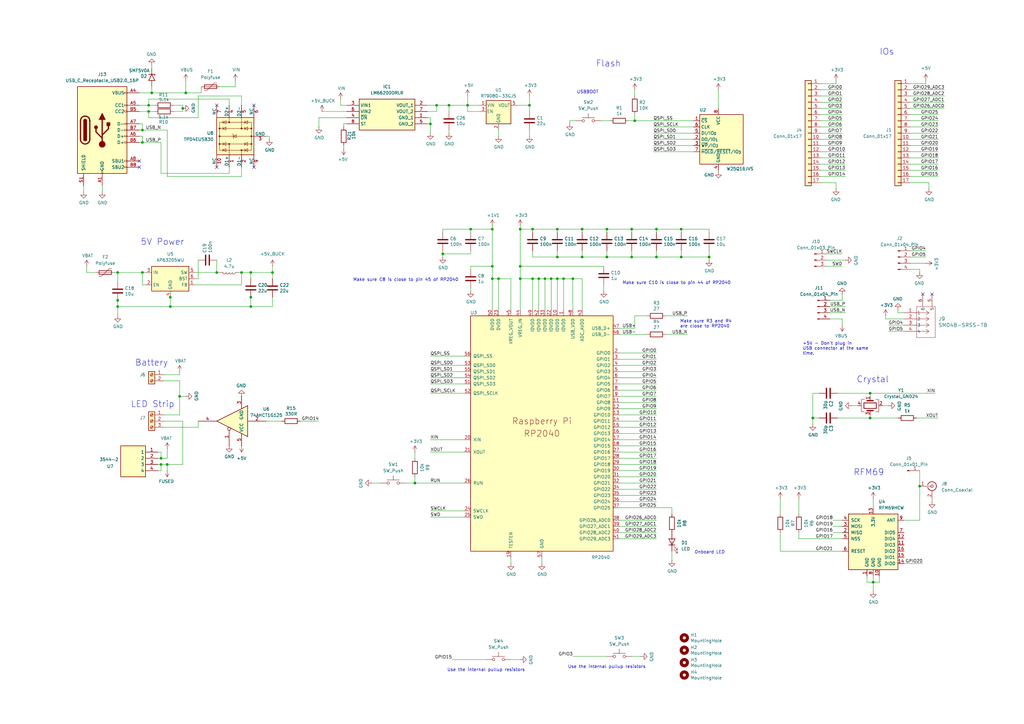
<source format=kicad_sch>
(kicad_sch (version 20250114) (generator "eeschema") (generator_version "9.0")
  (paper "A3")
  (title_block (title "PicoLume Receiver") (date "2024-11-05") (rev "REV1") (company "Bradford Henson") (comment 1 "Based on Pi Pico Minimal Design"))
  (text "Use the internal pullup resistors" (at 232.918 274.32 0) (effects (font (size 1.27 1.27)) (justify left bottom)))
  (text "RFM69" (at 350.012 195.326 0) (effects (font (size 2.54 2.54)) (justify left bottom)))
  (text "IOs" (at 360.68 22.86 0) (effects (font (size 2.54 2.54)) (justify left bottom)))
  (text "Crystal" (at 351.282 157.226 0) (effects (font (size 2.54 2.54)) (justify left bottom)))
  (text "Use the internal pullup resistors" (at 183.388 275.59 0) (effects (font (size 1.27 1.27)) (justify left bottom)))
  (text "Make sure C8 is close to pin 45 of RP2040" (at 144.78 115.57 0) (effects (font (size 1.27 1.27)) (justify left bottom)))
  (text "+5V - Don't plug in\nUSB connector at the same\ntime." (at 329.184 145.796 0) (effects (font (size 1.27 1.27)) (justify left bottom)))
  (text "Battery" (at 55.372 150.368 0) (effects (font (size 2.54 2.54)) (justify left bottom)))
  (text "LED Strip" (at 53.594 167.386 0) (effects (font (size 2.54 2.54)) (justify left bottom)))
  (text "USBBOOT" (at 241.046 37.846 0) (effects (font (size 1.27 1.27))))
  (text "Make sure C10 is close to pin 44 of RP2040" (at 255.27 116.84 0) (effects (font (size 1.27 1.27)) (justify left bottom)))
  (text "Onboard LED" (at 291.084 226.568 0) (effects (font (size 1.27 1.27))))
  (text "Make sure R3 and R4 \nare close to RP2040" (at 278.892 134.62 0) (effects (font (size 1.27 1.27)) (justify left bottom)))
  (text "5V Power" (at 57.658 100.838 0) (effects (font (size 2.54 2.54)) (justify left bottom)))
  (text "Flash" (at 244.348 27.686 0) (effects (font (size 2.54 2.54)) (justify left bottom)))
  (junction (at 269.24 105.41))
  (junction (at 259.08 93.98))
  (junction (at 226.06 114.3))
  (junction (at 223.52 114.3))
  (junction (at 60.96 45.72))
  (junction (at 201.93 109.22))
  (junction (at 213.36 109.22))
  (junction (at 193.04 93.98))
  (junction (at 213.36 114.3))
  (junction (at 99.06 111.76))
  (junction (at 88.9 111.76))
  (junction (at 333.375 171.45))
  (junction (at 74.93 44.45))
  (junction (at 179.07 43.18))
  (junction (at 184.15 43.18))
  (junction (at 201.93 114.3))
  (junction (at 204.47 114.3))
  (junction (at 228.6 114.3))
  (junction (at 181.61 104.14))
  (junction (at 102.87 125.73))
  (junction (at 248.92 105.41))
  (junction (at 62.23 38.1))
  (junction (at 228.6 105.41))
  (junction (at 356.87 171.45))
  (junction (at 238.76 93.98))
  (junction (at 111.76 111.76))
  (junction (at 48.26 125.73))
  (junction (at 69.85 125.73))
  (junction (at 290.83 105.41))
  (junction (at 58.42 111.76))
  (junction (at 269.24 93.98))
  (junction (at 66.04 190.5))
  (junction (at 248.92 93.98))
  (junction (at 76.2 38.1))
  (junction (at 102.87 121.92))
  (junction (at 102.87 111.76))
  (junction (at 356.87 161.29))
  (junction (at 218.44 93.98))
  (junction (at 191.77 43.18))
  (junction (at 48.26 111.76))
  (junction (at 58.42 58.42))
  (junction (at 201.93 93.98))
  (junction (at 176.53 50.8))
  (junction (at 69.85 121.92))
  (junction (at 48.26 123.19))
  (junction (at 68.58 190.5))
  (junction (at 60.96 43.18))
  (junction (at 66.04 187.96))
  (junction (at 259.08 105.41))
  (junction (at 217.17 43.18))
  (junction (at 231.14 114.3))
  (junction (at 260.35 49.53))
  (junction (at 279.4 105.41))
  (junction (at 377.19 199.39))
  (junction (at 279.4 93.98))
  (junction (at 220.98 114.3))
  (junction (at 213.36 93.98))
  (junction (at 218.44 114.3))
  (junction (at 238.76 105.41))
  (junction (at 358.14 238.76))
  (junction (at 170.18 198.12))
  (junction (at 73.66 162.56))
  (junction (at 228.6 93.98))
  (junction (at 234.95 114.3))
  (junction (at 58.42 53.34))
  (no_connect (at 378.46 120.65))
  (no_connect (at 104.14 43.18))
  (no_connect (at 57.15 66.04))
  (no_connect (at 57.15 68.58))
  (no_connect (at 104.14 68.58))
  (no_connect (at 88.9 68.58))
  (no_connect (at 88.9 43.18))
  (no_connect (at 382.27 120.65))
  (wire (pts (xy 340.36 130.81) (xy 345.44 130.81)))
  (wire (pts (xy 364.49 135.89) (xy 370.84 135.89)))
  (wire (pts (xy 259.08 93.98) (xy 269.24 93.98)))
  (wire (pts (xy 184.15 53.34) (xy 184.15 54.61)))
  (wire (pts (xy 223.52 114.3) (xy 226.06 114.3)))
  (wire (pts (xy 201.93 114.3) (xy 201.93 127)))
  (wire (pts (xy 254 170.18) (xy 269.24 170.18)))
  (wire (pts (xy 67.31 170.18) (xy 73.66 170.18)))
  (wire (pts (xy 181.61 104.14) (xy 193.04 104.14)))
  (wire (pts (xy 248.92 93.98) (xy 259.08 93.98)))
  (wire (pts (xy 260.35 129.54) (xy 260.35 134.62)))
  (wire (pts (xy 358.14 236.22) (xy 358.14 238.76)))
  (wire (pts (xy 102.87 121.92) (xy 102.87 125.73)))
  (wire (pts (xy 279.4 93.98) (xy 290.83 93.98)))
  (wire (pts (xy 60.96 45.72) (xy 63.5 45.72)))
  (wire (pts (xy 217.17 39.37) (xy 217.17 43.18)))
  (wire (pts (xy 238.76 105.41) (xy 248.92 105.41)))
  (wire (pts (xy 109.22 55.88) (xy 110.49 55.88)))
  (wire (pts (xy 102.87 125.73) (xy 69.85 125.73)))
  (wire (pts (xy 97.79 111.76) (xy 99.06 111.76)))
  (wire (pts (xy 356.87 170.18) (xy 356.87 171.45)))
  (wire (pts (xy 217.17 53.34) (xy 217.17 55.88)))
  (wire (pts (xy 213.36 270.51) (xy 209.55 270.51)))
  (wire (pts (xy 231.14 114.3) (xy 234.95 114.3)))
  (wire (pts (xy 74.93 44.45) (xy 74.93 45.72)))
  (wire (pts (xy 76.2 38.1) (xy 82.55 38.1)))
  (wire (pts (xy 290.83 102.87) (xy 290.83 105.41)))
  (wire (pts (xy 284.48 62.23) (xy 267.97 62.23)))
  (wire (pts (xy 373.38 59.69) (xy 384.81 59.69)))
  (wire (pts (xy 109.22 172.72) (xy 115.57 172.72)))
  (wire (pts (xy 238.76 95.25) (xy 238.76 93.98)))
  (wire (pts (xy 340.36 125.73) (xy 346.71 125.73)))
  (wire (pts (xy 201.93 92.71) (xy 201.93 93.98)))
  (wire (pts (xy 254 182.88) (xy 269.24 182.88)))
  (wire (pts (xy 246.38 49.53) (xy 250.19 49.53)))
  (wire (pts (xy 166.37 198.12) (xy 170.18 198.12)))
  (wire (pts (xy 336.55 36.83) (xy 345.44 36.83)))
  (wire (pts (xy 373.38 49.53) (xy 384.81 49.53)))
  (wire (pts (xy 373.38 107.95) (xy 379.73 107.95)))
  (wire (pts (xy 57.15 55.88) (xy 58.42 55.88)))
  (wire (pts (xy 228.6 105.41) (xy 218.44 105.41)))
  (wire (pts (xy 93.98 71.12) (xy 66.04 71.12)))
  (wire (pts (xy 373.38 74.93) (xy 381 74.93)))
  (wire (pts (xy 254 208.28) (xy 275.59 208.28)))
  (wire (pts (xy 361.95 166.37) (xy 364.49 166.37)))
  (wire (pts (xy 327.66 218.44) (xy 327.66 220.98)))
  (wire (pts (xy 218.44 114.3) (xy 220.98 114.3)))
  (wire (pts (xy 123.19 172.72) (xy 130.81 172.72)))
  (wire (pts (xy 80.01 116.84) (xy 99.06 116.84)))
  (wire (pts (xy 254 203.2) (xy 269.24 203.2)))
  (wire (pts (xy 254 137.16) (xy 265.43 137.16)))
  (wire (pts (xy 74.93 190.5) (xy 68.58 190.5)))
  (wire (pts (xy 254 144.78) (xy 269.24 144.78)))
  (wire (pts (xy 267.97 52.07) (xy 284.48 52.07)))
  (wire (pts (xy 327.66 204.47) (xy 327.66 210.82)))
  (wire (pts (xy 273.05 129.54) (xy 281.94 129.54)))
  (wire (pts (xy 234.95 114.3) (xy 238.76 114.3)))
  (wire (pts (xy 209.55 127) (xy 209.55 114.3)))
  (wire (pts (xy 57.15 45.72) (xy 60.96 45.72)))
  (wire (pts (xy 238.76 102.87) (xy 238.76 105.41)))
  (wire (pts (xy 373.38 57.15) (xy 384.81 57.15)))
  (wire (pts (xy 254 149.86) (xy 269.24 149.86)))
  (wire (pts (xy 201.93 109.22) (xy 201.93 114.3)))
  (wire (pts (xy 364.49 133.35) (xy 370.84 133.35)))
  (wire (pts (xy 74.93 172.72) (xy 74.93 190.5)))
  (wire (pts (xy 269.24 105.41) (xy 279.4 105.41)))
  (wire (pts (xy 233.68 49.53) (xy 233.68 50.8)))
  (wire (pts (xy 99.06 111.76) (xy 102.87 111.76)))
  (wire (pts (xy 181.61 93.98) (xy 193.04 93.98)))
  (wire (pts (xy 341.63 213.36) (xy 345.44 213.36)))
  (wire (pts (xy 254 218.44) (xy 269.24 218.44)))
  (wire (pts (xy 260.35 46.99) (xy 260.35 49.53)))
  (wire (pts (xy 88.9 111.76) (xy 90.17 111.76)))
  (wire (pts (xy 191.77 45.72) (xy 191.77 43.18)))
  (wire (pts (xy 66.04 187.96) (xy 68.58 187.96)))
  (wire (pts (xy 336.55 62.23) (xy 346.71 62.23)))
  (wire (pts (xy 64.77 193.04) (xy 66.04 193.04)))
  (wire (pts (xy 48.26 111.76) (xy 58.42 111.76)))
  (wire (pts (xy 327.66 220.98) (xy 345.44 220.98)))
  (wire (pts (xy 181.61 102.87) (xy 181.61 104.14)))
  (wire (pts (xy 336.55 74.93) (xy 342.9 74.93)))
  (wire (pts (xy 64.77 185.42) (xy 66.04 185.42)))
  (wire (pts (xy 175.26 50.8) (xy 176.53 50.8)))
  (wire (pts (xy 191.77 43.18) (xy 196.85 43.18)))
  (wire (pts (xy 99.06 116.84) (xy 99.06 111.76)))
  (wire (pts (xy 176.53 157.48) (xy 190.5 157.48)))
  (wire (pts (xy 238.76 114.3) (xy 238.76 127)))
  (wire (pts (xy 193.04 93.98) (xy 201.93 93.98)))
  (wire (pts (xy 67.31 175.26) (xy 81.28 175.26)))
  (wire (pts (xy 41.91 76.2) (xy 41.91 78.74)))
  (wire (pts (xy 35.56 111.76) (xy 39.37 111.76)))
  (wire (pts (xy 213.36 109.22) (xy 247.65 109.22)))
  (wire (pts (xy 294.64 70.485) (xy 294.64 69.85)))
  (wire (pts (xy 223.52 127) (xy 223.52 114.3)))
  (wire (pts (xy 176.53 48.26) (xy 176.53 50.8)))
  (wire (pts (xy 139.7 40.64) (xy 139.7 43.18)))
  (wire (pts (xy 201.93 93.98) (xy 201.93 109.22)))
  (wire (pts (xy 48.26 125.73) (xy 48.26 129.54)))
  (wire (pts (xy 336.55 72.39) (xy 346.71 72.39)))
  (wire (pts (xy 373.38 39.37) (xy 387.35 39.37)))
  (wire (pts (xy 140.97 50.8) (xy 142.24 50.8)))
  (wire (pts (xy 69.85 120.65) (xy 69.85 121.92)))
  (wire (pts (xy 176.53 152.4) (xy 190.5 152.4)))
  (wire (pts (xy 88.9 111.76) (xy 88.9 106.68)))
  (wire (pts (xy 226.06 114.3) (xy 228.6 114.3)))
  (wire (pts (xy 48.26 125.73) (xy 69.85 125.73)))
  (wire (pts (xy 218.44 93.98) (xy 228.6 93.98)))
  (wire (pts (xy 358.14 238.76) (xy 360.68 238.76)))
  (wire (pts (xy 259.08 95.25) (xy 259.08 93.98)))
  (wire (pts (xy 93.98 40.64) (xy 60.96 40.64)))
  (wire (pts (xy 130.81 48.26) (xy 130.81 52.07)))
  (wire (pts (xy 80.01 111.76) (xy 88.9 111.76)))
  (wire (pts (xy 212.09 43.18) (xy 217.17 43.18)))
  (wire (pts (xy 284.48 57.15) (xy 267.97 57.15)))
  (wire (pts (xy 69.85 121.92) (xy 69.85 125.73)))
  (wire (pts (xy 34.29 76.2) (xy 34.29 78.74)))
  (wire (pts (xy 175.26 45.72) (xy 179.07 45.72)))
  (wire (pts (xy 73.66 162.56) (xy 73.66 170.18)))
  (wire (pts (xy 196.85 45.72) (xy 191.77 45.72)))
  (wire (pts (xy 218.44 95.25) (xy 218.44 93.98)))
  (wire (pts (xy 184.15 45.72) (xy 184.15 43.18)))
  (wire (pts (xy 68.58 72.39) (xy 68.58 53.34)))
  (wire (pts (xy 213.36 93.98) (xy 218.44 93.98)))
  (wire (pts (xy 231.14 114.3) (xy 231.14 127)))
  (wire (pts (xy 373.38 110.49) (xy 377.19 110.49)))
  (wire (pts (xy 220.98 127) (xy 220.98 114.3)))
  (wire (pts (xy 68.58 190.5) (xy 68.58 193.04)))
  (wire (pts (xy 102.87 111.76) (xy 111.76 111.76)))
  (wire (pts (xy 340.36 123.19) (xy 345.44 123.19)))
  (wire (pts (xy 339.09 106.68) (xy 346.71 106.68)))
  (wire (pts (xy 333.375 171.45) (xy 333.375 173.99)))
  (wire (pts (xy 336.55 49.53) (xy 345.44 49.53)))
  (wire (pts (xy 93.98 43.18) (xy 93.98 40.64)))
  (wire (pts (xy 254 134.62) (xy 260.35 134.62)))
  (wire (pts (xy 368.3 127) (xy 368.3 128.27)))
  (wire (pts (xy 102.87 120.65) (xy 102.87 121.92)))
  (wire (pts (xy 336.55 46.99) (xy 345.44 46.99)))
  (wire (pts (xy 213.36 93.98) (xy 213.36 109.22)))
  (wire (pts (xy 190.5 185.42) (xy 176.53 185.42)))
  (wire (pts (xy 140.97 50.8) (xy 140.97 52.07)))
  (wire (pts (xy 370.84 231.14) (xy 378.46 231.14)))
  (wire (pts (xy 58.42 55.88) (xy 58.42 58.42)))
  (wire (pts (xy 373.38 52.07) (xy 384.81 52.07)))
  (wire (pts (xy 190.5 146.05) (xy 176.53 146.05)))
  (wire (pts (xy 59.69 116.84) (xy 58.42 116.84)))
  (wire (pts (xy 279.4 102.87) (xy 279.4 105.41)))
  (wire (pts (xy 73.66 152.4) (xy 73.66 153.67)))
  (wire (pts (xy 375.92 171.45) (xy 384.81 171.45)))
  (wire (pts (xy 71.12 43.18) (xy 74.93 43.18)))
  (wire (pts (xy 336.55 54.61) (xy 345.44 54.61)))
  (wire (pts (xy 355.6 238.76) (xy 358.14 238.76)))
  (wire (pts (xy 220.98 114.3) (xy 223.52 114.3)))
  (wire (pts (xy 254 180.34) (xy 269.24 180.34)))
  (wire (pts (xy 254 160.02) (xy 269.24 160.02)))
  (wire (pts (xy 46.99 111.76) (xy 48.26 111.76)))
  (wire (pts (xy 373.38 36.83) (xy 387.35 36.83)))
  (wire (pts (xy 193.04 104.14) (xy 193.04 102.87)))
  (wire (pts (xy 99.06 43.18) (xy 99.06 39.37)))
  (wire (pts (xy 228.6 95.25) (xy 228.6 93.98)))
  (wire (pts (xy 254 213.36) (xy 269.24 213.36)))
  (wire (pts (xy 57.15 38.1) (xy 62.23 38.1)))
  (wire (pts (xy 238.76 93.98) (xy 248.92 93.98)))
  (wire (pts (xy 213.36 109.22) (xy 213.36 114.3)))
  (wire (pts (xy 57.15 58.42) (xy 58.42 58.42)))
  (wire (pts (xy 373.38 54.61) (xy 384.81 54.61)))
  (wire (pts (xy 60.96 48.26) (xy 81.28 48.26)))
  (wire (pts (xy 90.17 35.56) (xy 96.52 35.56)))
  (wire (pts (xy 99.06 68.58) (xy 99.06 72.39)))
  (wire (pts (xy 213.36 92.71) (xy 213.36 93.98)))
  (wire (pts (xy 64.77 190.5) (xy 66.04 190.5)))
  (wire (pts (xy 58.42 116.84) (xy 58.42 111.76)))
  (wire (pts (xy 66.04 193.04) (xy 66.04 190.5)))
  (wire (pts (xy 81.28 114.3) (xy 81.28 106.68)))
  (wire (pts (xy 254 162.56) (xy 269.24 162.56)))
  (wire (pts (xy 193.04 110.49) (xy 193.04 109.22)))
  (wire (pts (xy 284.48 59.69) (xy 267.97 59.69)))
  (wire (pts (xy 80.01 114.3) (xy 81.28 114.3)))
  (wire (pts (xy 373.38 102.87) (xy 379.73 102.87)))
  (wire (pts (xy 111.76 111.76) (xy 111.76 109.22)))
  (wire (pts (xy 320.04 204.47) (xy 320.04 210.82)))
  (wire (pts (xy 175.26 43.18) (xy 179.07 43.18)))
  (wire (pts (xy 71.12 45.72) (xy 74.93 45.72)))
  (wire (pts (xy 257.81 49.53) (xy 260.35 49.53)))
  (wire (pts (xy 179.07 45.72) (xy 179.07 43.18)))
  (wire (pts (xy 356.87 161.29) (xy 383.54 161.29)))
  (wire (pts (xy 341.63 215.9) (xy 345.44 215.9)))
  (wire (pts (xy 57.15 50.8) (xy 58.42 50.8)))
  (wire (pts (xy 254 220.98) (xy 269.24 220.98)))
  (wire (pts (xy 373.38 69.85) (xy 384.81 69.85)))
  (wire (pts (xy 111.76 111.76) (xy 111.76 114.3)))
  (wire (pts (xy 336.55 34.29) (xy 342.9 34.29)))
  (wire (pts (xy 204.47 53.34) (xy 204.47 55.88)))
  (wire (pts (xy 170.18 195.58) (xy 170.18 198.12)))
  (wire (pts (xy 176.53 50.8) (xy 176.53 54.61)))
  (wire (pts (xy 373.38 64.77) (xy 384.81 64.77)))
  (wire (pts (xy 60.96 40.64) (xy 60.96 43.18)))
  (wire (pts (xy 228.6 102.87) (xy 228.6 105.41)))
  (wire (pts (xy 142.24 48.26) (xy 130.81 48.26)))
  (wire (pts (xy 204.47 127) (xy 204.47 114.3)))
  (wire (pts (xy 236.22 49.53) (xy 233.68 49.53)))
  (wire (pts (xy 175.26 48.26) (xy 176.53 48.26)))
  (wire (pts (xy 336.55 39.37) (xy 345.44 39.37)))
  (wire (pts (xy 81.28 175.26) (xy 81.28 172.72)))
  (wire (pts (xy 74.93 43.18) (xy 74.93 44.45)))
  (wire (pts (xy 111.76 121.92) (xy 111.76 125.73)))
  (wire (pts (xy 259.08 102.87) (xy 259.08 105.41)))
  (wire (pts (xy 341.63 218.44) (xy 345.44 218.44)))
  (wire (pts (xy 58.42 58.42) (xy 66.04 58.42)))
  (wire (pts (xy 152.4 198.12) (xy 156.21 198.12)))
  (wire (pts (xy 275.59 226.06) (xy 275.59 229.87)))
  (wire (pts (xy 81.28 39.37) (xy 81.28 48.26)))
  (wire (pts (xy 247.65 116.84) (xy 247.65 119.38)))
  (wire (pts (xy 377.19 110.49) (xy 377.19 111.76)))
  (wire (pts (xy 254 165.1) (xy 269.24 165.1)))
  (wire (pts (xy 336.55 69.85) (xy 346.71 69.85)))
  (wire (pts (xy 66.04 71.12) (xy 66.04 58.42)))
  (wire (pts (xy 228.6 127) (xy 228.6 114.3)))
  (wire (pts (xy 343.535 171.45) (xy 356.87 171.45)))
  (wire (pts (xy 363.22 130.81) (xy 370.84 130.81)))
  (wire (pts (xy 248.92 105.41) (xy 259.08 105.41)))
  (wire (pts (xy 335.915 171.45) (xy 333.375 171.45)))
  (wire (pts (xy 102.87 111.76) (xy 102.87 114.3)))
  (wire (pts (xy 259.08 105.41) (xy 269.24 105.41)))
  (wire (pts (xy 254 152.4) (xy 269.24 152.4)))
  (wire (pts (xy 370.84 213.36) (xy 377.19 213.36)))
  (wire (pts (xy 279.4 95.25) (xy 279.4 93.98)))
  (wire (pts (xy 190.5 212.09) (xy 176.53 212.09)))
  (wire (pts (xy 320.04 218.44) (xy 320.04 226.06)))
  (wire (pts (xy 360.68 236.22) (xy 360.68 238.76)))
  (wire (pts (xy 290.83 105.41) (xy 290.83 106.68)))
  (wire (pts (xy 290.83 93.98) (xy 290.83 95.25)))
  (wire (pts (xy 254 190.5) (xy 269.24 190.5)))
  (wire (pts (xy 170.18 198.12) (xy 190.5 198.12)))
  (wire (pts (xy 62.23 26.67) (xy 62.23 27.94)))
  (wire (pts (xy 190.5 161.29) (xy 176.53 161.29)))
  (wire (pts (xy 222.25 228.6) (xy 222.25 231.14)))
  (wire (pts (xy 358.14 238.76) (xy 358.14 242.57)))
  (wire (pts (xy 342.9 34.29) (xy 342.9 33.02)))
  (wire (pts (xy 110.49 55.88) (xy 110.49 57.15)))
  (wire (pts (xy 217.17 43.18) (xy 217.17 45.72)))
  (wire (pts (xy 193.04 109.22) (xy 201.93 109.22)))
  (wire (pts (xy 254 187.96) (xy 269.24 187.96)))
  (wire (pts (xy 284.48 54.61) (xy 267.97 54.61)))
  (wire (pts (xy 234.95 269.24) (xy 248.92 269.24)))
  (wire (pts (xy 57.15 43.18) (xy 60.96 43.18)))
  (wire (pts (xy 373.38 41.91) (xy 387.35 41.91)))
  (wire (pts (xy 262.89 269.24) (xy 259.08 269.24)))
  (wire (pts (xy 218.44 102.87) (xy 218.44 105.41)))
  (wire (pts (xy 191.77 39.37) (xy 191.77 43.18)))
  (wire (pts (xy 368.3 128.27) (xy 370.84 128.27)))
  (wire (pts (xy 339.09 104.14) (xy 345.44 104.14)))
  (wire (pts (xy 111.76 125.73) (xy 102.87 125.73)))
  (wire (pts (xy 209.55 228.6) (xy 209.55 231.14)))
  (wire (pts (xy 356.87 171.45) (xy 368.3 171.45)))
  (wire (pts (xy 179.07 43.18) (xy 184.15 43.18)))
  (wire (pts (xy 66.04 185.42) (xy 66.04 187.96)))
  (wire (pts (xy 254 193.04) (xy 269.24 193.04)))
  (wire (pts (xy 58.42 53.34) (xy 68.58 53.34)))
  (wire (pts (xy 336.55 44.45) (xy 345.44 44.45)))
  (wire (pts (xy 336.55 41.91) (xy 345.44 41.91)))
  (wire (pts (xy 336.55 59.69) (xy 345.44 59.69)))
  (wire (pts (xy 335.915 161.29) (xy 333.375 161.29)))
  (wire (pts (xy 254 172.72) (xy 269.24 172.72)))
  (wire (pts (xy 382.27 204.47) (xy 382.27 205.74)))
  (wire (pts (xy 254 198.12) (xy 269.24 198.12)))
  (wire (pts (xy 204.47 114.3) (xy 201.93 114.3)))
  (wire (pts (xy 355.6 236.22) (xy 355.6 238.76)))
  (wire (pts (xy 373.38 72.39) (xy 384.81 72.39)))
  (wire (pts (xy 379.73 34.29) (xy 373.38 34.29)))
  (wire (pts (xy 273.05 137.16) (xy 281.94 137.16)))
  (wire (pts (xy 68.58 184.15) (xy 68.58 187.96)))
  (wire (pts (xy 345.44 130.81) (xy 345.44 133.35)))
  (wire (pts (xy 381 74.93) (xy 381 77.47)))
  (wire (pts (xy 254 177.8) (xy 269.24 177.8)))
  (wire (pts (xy 333.375 161.29) (xy 333.375 171.45)))
  (wire (pts (xy 279.4 105.41) (xy 290.83 105.41)))
  (wire (pts (xy 73.66 156.21) (xy 73.66 162.56)))
  (wire (pts (xy 176.53 149.86) (xy 190.5 149.86)))
  (wire (pts (xy 377.19 213.36) (xy 377.19 199.39)))
  (wire (pts (xy 356.87 161.29) (xy 356.87 162.56)))
  (wire (pts (xy 254 167.64) (xy 269.24 167.64)))
  (wire (pts (xy 336.55 52.07) (xy 345.44 52.07)))
  (wire (pts (xy 228.6 93.98) (xy 238.76 93.98)))
  (wire (pts (xy 96.52 35.56) (xy 96.52 33.02)))
  (wire (pts (xy 66.04 190.5) (xy 68.58 190.5)))
  (wire (pts (xy 254 185.42) (xy 269.24 185.42)))
  (wire (pts (xy 213.36 114.3) (xy 218.44 114.3)))
  (wire (pts (xy 181.61 95.25) (xy 181.61 93.98)))
  (wire (pts (xy 57.15 53.34) (xy 58.42 53.34)))
  (wire (pts (xy 60.96 48.26) (xy 60.96 45.72)))
  (wire (pts (xy 260.35 129.54) (xy 265.43 129.54)))
  (wire (pts (xy 93.98 68.58) (xy 93.98 71.12)))
  (wire (pts (xy 67.31 172.72) (xy 74.93 172.72)))
  (wire (pts (xy 181.61 104.14) (xy 181.61 105.41)))
  (wire (pts (xy 269.24 102.87) (xy 269.24 105.41)))
  (wire (pts (xy 373.38 44.45) (xy 387.35 44.45)))
  (wire (pts (xy 345.44 123.19) (xy 345.44 120.65)))
  (wire (pts (xy 176.53 180.34) (xy 190.5 180.34)))
  (wire (pts (xy 64.77 187.96) (xy 66.04 187.96)))
  (wire (pts (xy 254 175.26) (xy 269.24 175.26)))
  (wire (pts (xy 99.06 72.39) (xy 68.58 72.39)))
  (wire (pts (xy 62.23 35.56) (xy 62.23 38.1)))
  (wire (pts (xy 185.42 270.51) (xy 199.39 270.51)))
  (wire (pts (xy 336.55 67.31) (xy 346.71 67.31)))
  (wire (pts (xy 140.97 59.69) (xy 140.97 60.96)))
  (wire (pts (xy 176.53 154.94) (xy 190.5 154.94)))
  (wire (pts (xy 339.09 109.22) (xy 345.44 109.22)))
  (wire (pts (xy 254 157.48) (xy 269.24 157.48)))
  (wire (pts (xy 340.36 128.27) (xy 346.71 128.27)))
  (wire (pts (xy 62.23 38.1) (xy 76.2 38.1)))
  (wire (pts (xy 99.06 39.37) (xy 81.28 39.37)))
  (wire (pts (xy 254 200.66) (xy 269.24 200.66)))
  (wire (pts (xy 320.04 226.06) (xy 345.44 226.06)))
  (wire (pts (xy 254 147.32) (xy 269.24 147.32)))
  (wire (pts (xy 35.56 109.22) (xy 35.56 111.76)))
  (wire (pts (xy 373.38 105.41) (xy 379.73 105.41)))
  (wire (pts (xy 228.6 114.3) (xy 231.14 114.3)))
  (wire (pts (xy 260.35 49.53) (xy 284.48 49.53)))
  (wire (pts (xy 218.44 127) (xy 218.44 114.3)))
  (wire (pts (xy 170.18 185.42) (xy 170.18 187.96)))
  (wire (pts (xy 132.08 45.72) (xy 142.24 45.72)))
  (wire (pts (xy 336.55 64.77) (xy 346.71 64.77)))
  (wire (pts (xy 269.24 93.98) (xy 279.4 93.98)))
  (wire (pts (xy 60.96 43.18) (xy 63.5 43.18)))
  (wire (pts (xy 58.42 111.76) (xy 59.69 111.76)))
  (wire (pts (xy 67.31 156.21) (xy 73.66 156.21)))
  (wire (pts (xy 373.38 67.31) (xy 384.81 67.31)))
  (wire (pts (xy 48.26 121.92) (xy 48.26 123.19)))
  (wire (pts (xy 260.35 36.83) (xy 260.35 39.37)))
  (wire (pts (xy 228.6 105.41) (xy 238.76 105.41)))
  (wire (pts (xy 226.06 127) (xy 226.06 114.3)))
  (wire (pts (xy 373.38 62.23) (xy 384.81 62.23)))
  (wire (pts (xy 193.04 95.25) (xy 193.04 93.98)))
  (wire (pts (xy 67.31 153.67) (xy 73.66 153.67)))
  (wire (pts (xy 76.2 33.02) (xy 76.2 38.1)))
  (wire (pts (xy 76.2 162.56) (xy 73.66 162.56)))
  (wire (pts (xy 209.55 114.3) (xy 204.47 114.3)))
  (wire (pts (xy 342.9 74.93) (xy 342.9 77.47)))
  (wire (pts (xy 363.22 129.54) (xy 363.22 130.81)))
  (wire (pts (xy 336.55 57.15) (xy 345.44 57.15)))
  (wire (pts (xy 269.24 95.25) (xy 269.24 93.98)))
  (wire (pts (xy 248.92 102.87) (xy 248.92 105.41)))
  (wire (pts (xy 254 195.58) (xy 269.24 195.58)))
  (wire (pts (xy 82.55 38.1) (xy 82.55 35.56)))
  (wire (pts (xy 254 205.74) (xy 269.24 205.74)))
  (wire (pts (xy 275.59 208.28) (xy 275.59 210.82)))
  (wire (pts (xy 234.95 127) (xy 234.95 114.3)))
  (wire (pts (xy 349.25 166.37) (xy 351.79 166.37)))
  (wire (pts (xy 248.92 95.25) (xy 248.92 93.98)))
  (wire (pts (xy 48.26 123.19) (xy 48.26 125.73)))
  (wire (pts (xy 358.14 204.47) (xy 358.14 208.28)))
  (wire (pts (xy 190.5 209.55) (xy 176.53 209.55)))
  (wire (pts (xy 379.73 33.02) (xy 379.73 34.29)))
  (wire (pts (xy 213.36 127) (xy 213.36 114.3)))
  (wire (pts (xy 193.04 118.11) (xy 193.04 119.38)))
  (wire (pts (xy 191.77 43.18) (xy 184.15 43.18)))
  (wire (pts (xy 254 215.9) (xy 269.24 215.9)))
  (wire (pts (xy 254 154.94) (xy 269.24 154.94)))
  (wire (pts (xy 48.26 111.76) (xy 48.26 115.57)))
  (wire (pts (xy 377.19 193.04) (xy 377.19 199.39)))
  (wire (pts (xy 58.42 50.8) (xy 58.42 53.34)))
  (wire (pts (xy 294.64 36.83) (xy 294.64 44.45)))
  (wire (pts (xy 373.38 46.99) (xy 384.81 46.99)))
  (wire (pts (xy 139.7 43.18) (xy 142.24 43.18)))
  (wire (pts (xy 343.535 161.29) (xy 356.87 161.29)))
  (label "XOUT" (at 384.81 171.45 180))
  (label "GPIO21" (at 341.63 226.06 180))
  (label "GPIO24" (at 384.81 49.53 180))
  (label "GPIO15" (at 185.42 270.51 180))
  (label "GPIO29_ADC3" (at 387.35 36.83 180))
  (label "GPIO3" (at 345.44 44.45 180))
  (label "GPIO5" (at 364.49 135.89 0))
  (label "QSPI_SS" (at 267.97 49.53 0))
  (label "QSPI_SD3" (at 267.97 62.23 0))
  (label "USB_N" (at 66.04 53.34 180))
  (label "GPIO7" (at 345.44 54.61 180))
  (label "QSPI_SD2" (at 176.53 154.94 0))
  (label "GPIO4" (at 269.24 154.94 180))
  (label "GPIO18" (at 341.63 213.36 180))
  (label "GPIO21" (at 384.81 57.15 180))
  (label "RUN" (at 176.53 198.12 0))
  (label "USB_P" (at 346.71 125.73 180))
  (label "XOUT" (at 176.53 185.42 0))
  (label "GPIO10" (at 346.71 62.23 180))
  (label "GPIO29_ADC3" (at 269.24 220.98 180))
  (label "QSPI_SD1" (at 176.53 152.4 0))
  (label "GPIO3" (at 234.95 269.24 180))
  (label "GPIO13" (at 269.24 177.8 180))
  (label "GPIO5" (at 379.73 105.41 180))
  (label "GPIO6" (at 269.24 160.02 180))
  (label "GPIO28_ADC2" (at 387.35 39.37 180))
  (label "SWD" (at 176.53 212.09 0))
  (label "GPIO20" (at 269.24 195.58 180))
  (label "QSPI_SD1" (at 267.97 57.15 0))
  (label "QSPI_SD3" (at 176.53 157.48 0))
  (label "GPIO6" (at 345.44 52.07 180))
  (label "GPIO17" (at 341.63 220.98 180))
  (label "SWD" (at 345.44 109.22 180))
  (label "GPIO18" (at 269.24 190.5 180))
  (label "GPIO25" (at 269.24 208.28 180))
  (label "GPIO2" (at 345.44 41.91 180))
  (label "GPIO1" (at 345.44 39.37 180))
  (label "GPIO19" (at 341.63 215.9 180))
  (label "GPIO0" (at 269.24 144.78 180))
  (label "USB_P" (at 66.04 58.42 180))
  (label "GPIO8" (at 345.44 57.15 180))
  (label "GPIO11" (at 346.71 64.77 180))
  (label "GPIO21" (at 269.24 198.12 180))
  (label "GPIO11" (at 269.24 172.72 180))
  (label "GPIO17" (at 384.81 67.31 180))
  (label "GPIO27_ADC1" (at 269.24 215.9 180))
  (label "GPIO1" (at 269.24 147.32 180))
  (label "XIN" (at 383.54 161.29 180))
  (label "GPIO16" (at 341.63 218.44 180))
  (label "GPIO4" (at 345.44 46.99 180))
  (label "GPIO14" (at 269.24 180.34 180))
  (label "GPIO3" (at 269.24 152.4 180))
  (label "USB_N" (at 281.94 137.16 180))
  (label "GPIO10" (at 269.24 170.18 180))
  (label "GPIO23" (at 269.24 203.2 180))
  (label "SWCLK" (at 176.53 209.55 0))
  (label "GPIO9" (at 345.44 59.69 180))
  (label "QSPI_SCLK" (at 176.53 161.29 0))
  (label "USB+" (at 255.27 134.62 0))
  (label "GPIO27_ADC1" (at 387.35 41.91 180))
  (label "GPIO25" (at 384.81 46.99 180))
  (label "GPIO12" (at 346.71 67.31 180))
  (label "USB-" (at 255.27 137.16 0))
  (label "QSPI_SD0" (at 176.53 149.86 0))
  (label "GPIO5" (at 345.44 49.53 180))
  (label "GPIO17" (at 269.24 187.96 180))
  (label "GPIO18" (at 384.81 64.77 180))
  (label "GPIO2" (at 269.24 149.86 180))
  (label "GPIO9" (at 269.24 167.64 180))
  (label "GPIO15" (at 269.24 182.88 180))
  (label "GPIO4" (at 364.49 133.35 0))
  (label "GPIO12" (at 269.24 175.26 180))
  (label "GPIO24" (at 269.24 205.74 180))
  (label "GPIO5" (at 269.24 157.48 180))
  (label "GPIO22" (at 269.24 200.66 180))
  (label "GPIO19" (at 269.24 193.04 180))
  (label "QSPI_SS" (at 176.53 146.05 0))
  (label "USB_N" (at 346.71 128.27 180))
  (label "QSPI_SD2" (at 267.97 59.69 0))
  (label "QSPI_SD0" (at 267.97 54.61 0))
  (label "GPIO20" (at 378.46 231.14 180))
  (label "SWCLK" (at 345.44 104.14 180))
  (label "QSPI_SCLK" (at 267.97 52.07 0))
  (label "USB_P" (at 281.94 129.54 180))
  (label "GPIO20" (at 384.81 59.69 180))
  (label "GPIO26_ADC0" (at 269.24 213.36 180))
  (label "GPIO28_ADC2" (at 269.24 218.44 180))
  (label "GPIO14" (at 130.81 172.72 180))
  (label "GPIO16" (at 269.24 185.42 180))
  (label "GPIO8" (at 269.24 165.1 180))
  (label "XIN" (at 176.53 180.34 0))
  (label "GPIO23" (at 384.81 52.07 180))
  (label "GPIO22" (at 384.81 54.61 180))
  (label "GPIO15" (at 384.81 72.39 180))
  (label "GPIO16" (at 384.81 69.85 180))
  (label "GPIO26_ADC0" (at 387.35 44.45 180))
  (label "GPIO13" (at 346.71 69.85 180))
  (label "GPIO19" (at 384.81 62.23 180))
  (label "GPIO7" (at 269.24 162.56 180))
  (label "GPIO0" (at 345.44 36.83 180))
  (label "GPIO14" (at 346.71 72.39 180))
  (label "GPIO4" (at 379.73 102.87 180))
  (symbol (lib_id "MCU_RaspberryPi_RP2040:RP2040") (at 222.25 177.8 0) (unit 1)
    (property "Reference" "U3" (at 194.31 128.27 0))
    (property "Value" "RP2040" (at 246.38 228.6 0))
    (property "Footprint" "Package_DFN_QFN:QFN-56-1EP_7x7mm_P0.4mm_EP3.2x3.2mm" (effects (hide yes)))
    (property "LCSC" "C2040" (effects (hide yes)))
  )
  (symbol (lib_id "Memory_Flash:W25Q128JVS") (at 294.64 57.15 0) (unit 1)
    (property "Reference" "U2" (at 288.29 45.085 0))
    (property "Value" "W25Q16JVS" (at 303.53 69.215 0))
    (property "Footprint" "Package_SO:SOIC-8_5.3x5.3mm_P1.27mm" (effects (hide yes)))
    (property "Datasheet" "https://www.winbond.com/resource-files/w25q128jv_dtr%20revc%2003272018%20plus.pdf" (effects (hide yes)))
    (property "Description" "Serial Flash Memory, Standard/Dual/Quad SPI, 2.7-3.6V, SOIC-8" (effects (hide yes)))
    (property "LCSC" "C131025" (effects (hide yes)))
  )
  (symbol (lib_id "power:+3V3") (at 294.64 36.83 0) (unit 1)
    (property "Reference" "#PWR07" (effects (hide yes)))
    (property "Value" "+3V3" (at 295.021 32.4358 0))
    (property "Description" "Power symbol creates a global label with name \"+3V3\"" (effects (hide yes)))
  )
  (symbol (lib_id "power:GND") (at 294.64 70.485 0) (unit 1)
    (property "Reference" "#PWR08" (effects (hide yes)))
    (property "Value" "GND" (at 290.83 71.755 0))
    (property "Description" "Power symbol creates a global label with name \"GND\" , ground" (effects (hide yes)))
  )
  (symbol (lib_id "Device:R") (at 260.35 43.18 0) (unit 1)
    (property "Reference" "R2" (at 262.128 42.0116 0) (effects (justify left)))
    (property "Value" "10K" (at 262.128 44.323 0) (effects (justify left)))
    (property "Footprint" "Resistor_SMD:R_0603_1608Metric" (effects (hide yes)))
    (property "Description" "Resistor" (effects (hide yes)))
    (property "LCSC" "C25804" (effects (hide yes)))
  )
  (symbol (lib_id "Device:R") (at 254 49.53 270) (unit 1)
    (property "Reference" "R1" (at 254 44.2722 90))
    (property "Value" "1k" (at 254 46.5836 90))
    (property "Footprint" "Resistor_SMD:R_0603_1608Metric" (effects (hide yes)))
    (property "Description" "Resistor" (effects (hide yes)))
    (property "LCSC" "C21190" (effects (hide yes)))
  )
  (symbol (lib_id "power:GND") (at 222.25 231.14 0) (unit 1)
    (property "Reference" "#PWR016" (effects (hide yes)))
    (property "Value" "GND" (at 222.377 235.5342 0))
    (property "Description" "Power symbol creates a global label with name \"GND\" , ground" (effects (hide yes)))
  )
  (symbol (lib_id "power:GND") (at 209.55 231.14 0) (unit 1)
    (property "Reference" "#PWR015" (effects (hide yes)))
    (property "Value" "GND" (at 209.677 235.5342 0))
    (property "Description" "Power symbol creates a global label with name \"GND\" , ground" (effects (hide yes)))
  )
  (symbol (lib_id "Device:R") (at 269.24 129.54 270) (unit 1)
    (property "Reference" "R3" (at 269.24 124.2822 90))
    (property "Value" "27" (at 269.24 126.5936 90))
    (property "Footprint" "Resistor_SMD:R_0603_1608Metric" (effects (hide yes)))
    (property "Description" "Resistor" (effects (hide yes)))
    (property "LCSC" "C22941" (effects (hide yes)))
  )
  (symbol (lib_id "Device:R") (at 269.24 137.16 270) (unit 1)
    (property "Reference" "R4" (at 269.24 131.9022 90))
    (property "Value" "27" (at 269.24 134.2136 90))
    (property "Footprint" "Resistor_SMD:R_0603_1608Metric" (effects (hide yes)))
    (property "Description" "Resistor" (effects (hide yes)))
    (property "LCSC" "C22941" (effects (hide yes)))
  )
  (symbol (lib_id "power:GND") (at 342.9 77.47 0) (mirror y) (unit 1)
    (property "Reference" "#PWR020" (effects (hide yes)))
    (property "Value" "GND" (at 342.773 81.8642 0))
    (property "Description" "Power symbol creates a global label with name \"GND\" , ground" (effects (hide yes)))
  )
  (symbol (lib_id "power:GND") (at 381 77.47 0) (unit 1)
    (property "Reference" "#PWR0101" (effects (hide yes)))
    (property "Value" "GND" (at 381.127 81.8642 0))
    (property "Description" "Power symbol creates a global label with name \"GND\" , ground" (effects (hide yes)))
  )
  (symbol (lib_id "power:+3V3") (at 213.36 92.71 0) (unit 1)
    (property "Reference" "#PWR017" (effects (hide yes)))
    (property "Value" "+3V3" (at 213.741 88.3158 0))
    (property "Description" "Power symbol creates a global label with name \"+3V3\"" (effects (hide yes)))
  )
  (symbol (lib_id "power:+1V1") (at 201.93 92.71 0) (unit 1)
    (property "Reference" "#PWR014" (effects (hide yes)))
    (property "Value" "+1V1" (at 202.311 88.3158 0))
    (property "Description" "Power symbol creates a global label with name \"+1V1\"" (effects (hide yes)))
  )
  (symbol (lib_id "Device:C") (at 218.44 99.06 0) (unit 1)
    (property "Reference" "C9" (at 221.361 97.8916 0) (effects (justify left)))
    (property "Value" "100n" (at 221.361 100.203 0) (effects (justify left)))
    (property "Footprint" "Capacitor_SMD:C_0603_1608Metric" (effects (hide yes)))
    (property "Description" "Unpolarized capacitor" (effects (hide yes)))
    (property "LCSC" "C14663" (effects (hide yes)))
  )
  (symbol (lib_id "Device:C") (at 228.6 99.06 0) (unit 1)
    (property "Reference" "C11" (at 231.521 97.8916 0) (effects (justify left)))
    (property "Value" "100n" (at 231.521 100.203 0) (effects (justify left)))
    (property "Footprint" "Capacitor_SMD:C_0603_1608Metric" (effects (hide yes)))
    (property "Description" "Unpolarized capacitor" (effects (hide yes)))
    (property "LCSC" "C14663" (effects (hide yes)))
  )
  (symbol (lib_id "Device:C") (at 238.76 99.06 0) (unit 1)
    (property "Reference" "C12" (at 241.681 97.8916 0) (effects (justify left)))
    (property "Value" "100n" (at 241.681 100.203 0) (effects (justify left)))
    (property "Footprint" "Capacitor_SMD:C_0603_1608Metric" (effects (hide yes)))
    (property "Description" "Unpolarized capacitor" (effects (hide yes)))
    (property "LCSC" "C14663" (effects (hide yes)))
  )
  (symbol (lib_id "Device:C") (at 248.92 99.06 0) (unit 1)
    (property "Reference" "C13" (at 251.841 97.8916 0) (effects (justify left)))
    (property "Value" "100n" (at 251.841 100.203 0) (effects (justify left)))
    (property "Footprint" "Capacitor_SMD:C_0603_1608Metric" (effects (hide yes)))
    (property "Description" "Unpolarized capacitor" (effects (hide yes)))
    (property "LCSC" "C14663" (effects (hide yes)))
  )
  (symbol (lib_id "Device:C") (at 259.08 99.06 0) (unit 1)
    (property "Reference" "C14" (at 262.001 97.8916 0) (effects (justify left)))
    (property "Value" "100n" (at 262.001 100.203 0) (effects (justify left)))
    (property "Footprint" "Capacitor_SMD:C_0603_1608Metric" (effects (hide yes)))
    (property "Description" "Unpolarized capacitor" (effects (hide yes)))
    (property "LCSC" "C14663" (effects (hide yes)))
  )
  (symbol (lib_id "Device:C") (at 269.24 99.06 0) (unit 1)
    (property "Reference" "C15" (at 272.161 97.8916 0) (effects (justify left)))
    (property "Value" "100n" (at 272.161 100.203 0) (effects (justify left)))
    (property "Footprint" "Capacitor_SMD:C_0603_1608Metric" (effects (hide yes)))
    (property "Description" "Unpolarized capacitor" (effects (hide yes)))
    (property "LCSC" "C14663" (effects (hide yes)))
  )
  (symbol (lib_id "Device:C") (at 279.4 99.06 0) (unit 1)
    (property "Reference" "C16" (at 282.321 97.8916 0) (effects (justify left)))
    (property "Value" "100n" (at 282.321 100.203 0) (effects (justify left)))
    (property "Footprint" "Capacitor_SMD:C_0603_1608Metric" (effects (hide yes)))
    (property "Description" "Unpolarized capacitor" (effects (hide yes)))
    (property "LCSC" "C14663" (effects (hide yes)))
  )
  (symbol (lib_id "Device:C") (at 181.61 99.06 0) (unit 1)
    (property "Reference" "C6" (at 184.531 97.8916 0) (effects (justify left)))
    (property "Value" "100n" (at 184.531 100.203 0) (effects (justify left)))
    (property "Footprint" "Capacitor_SMD:C_0603_1608Metric" (effects (hide yes)))
    (property "Description" "Unpolarized capacitor" (effects (hide yes)))
    (property "LCSC" "C14663" (effects (hide yes)))
  )
  (symbol (lib_id "Device:C") (at 193.04 99.06 0) (unit 1)
    (property "Reference" "C7" (at 195.961 97.8916 0) (effects (justify left)))
    (property "Value" "100n" (at 195.961 100.203 0) (effects (justify left)))
    (property "Footprint" "Capacitor_SMD:C_0603_1608Metric" (effects (hide yes)))
    (property "Description" "Unpolarized capacitor" (effects (hide yes)))
    (property "LCSC" "C14663" (effects (hide yes)))
  )
  (symbol (lib_id "Device:C") (at 193.04 114.3 0) (unit 1)
    (property "Reference" "C8" (at 195.961 113.1316 0) (effects (justify left)))
    (property "Value" "1u" (at 195.961 115.443 0) (effects (justify left)))
    (property "Footprint" "Capacitor_SMD:C_0603_1608Metric" (effects (hide yes)))
    (property "Description" "Unpolarized capacitor" (effects (hide yes)))
    (property "LCSC" "C15849" (effects (hide yes)))
  )
  (symbol (lib_id "Device:C") (at 247.65 113.03 0) (unit 1)
    (property "Reference" "C10" (at 250.571 111.8616 0) (effects (justify left)))
    (property "Value" "1u" (at 250.571 114.173 0) (effects (justify left)))
    (property "Footprint" "Capacitor_SMD:C_0603_1608Metric" (effects (hide yes)))
    (property "Description" "Unpolarized capacitor" (effects (hide yes)))
    (property "LCSC" "C15849" (effects (hide yes)))
  )
  (symbol (lib_id "Mechanical:MountingHole") (at 280.67 261.62 0) (unit 1)
    (property "Reference" "H1" (at 283.21 260.4516 0) (effects (justify left)))
    (property "Value" "MountingHole" (at 283.21 262.763 0) (effects (justify left)))
    (property "Footprint" "MountingHole:MountingHole_3.2mm_M3" (effects (hide yes)))
    (property "Description" "Mounting Hole without connection" (effects (hide yes)))
  )
  (symbol (lib_id "Mechanical:MountingHole") (at 280.67 266.7 0) (unit 1)
    (property "Reference" "H2" (at 283.21 265.5316 0) (effects (justify left)))
    (property "Value" "MountingHole" (at 283.21 267.843 0) (effects (justify left)))
    (property "Footprint" "MountingHole:MountingHole_3.2mm_M3" (effects (hide yes)))
    (property "Description" "Mounting Hole without connection" (effects (hide yes)))
  )
  (symbol (lib_id "Mechanical:MountingHole") (at 280.67 271.78 0) (unit 1)
    (property "Reference" "H3" (at 283.21 270.6116 0) (effects (justify left)))
    (property "Value" "MountingHole" (at 283.21 272.923 0) (effects (justify left)))
    (property "Footprint" "MountingHole:MountingHole_3.2mm_M3" (effects (hide yes)))
    (property "Description" "Mounting Hole without connection" (effects (hide yes)))
  )
  (symbol (lib_id "Mechanical:MountingHole") (at 280.67 276.86 0) (unit 1)
    (property "Reference" "H4" (at 283.21 275.6916 0) (effects (justify left)))
    (property "Value" "MountingHole" (at 283.21 278.003 0) (effects (justify left)))
    (property "Footprint" "MountingHole:MountingHole_3.2mm_M3" (effects (hide yes)))
    (property "Description" "Mounting Hole without connection" (effects (hide yes)))
  )
  (symbol (lib_id "power:GND") (at 290.83 106.68 0) (unit 1)
    (property "Reference" "#PWR023" (effects (hide yes)))
    (property "Value" "GND" (at 290.957 111.0742 0))
    (property "Description" "Power symbol creates a global label with name \"GND\" , ground" (effects (hide yes)))
  )
  (symbol (lib_id "power:GND") (at 181.61 105.41 0) (unit 1)
    (property "Reference" "#PWR012" (effects (hide yes)))
    (property "Value" "GND" (at 181.737 109.8042 0))
    (property "Description" "Power symbol creates a global label with name \"GND\" , ground" (effects (hide yes)))
  )
  (symbol (lib_id "power:GND") (at 193.04 119.38 0) (unit 1)
    (property "Reference" "#PWR013" (effects (hide yes)))
    (property "Value" "GND" (at 193.167 123.7742 0))
    (property "Description" "Power symbol creates a global label with name \"GND\" , ground" (effects (hide yes)))
  )
  (symbol (lib_id "power:GND") (at 247.65 119.38 0) (unit 1)
    (property "Reference" "#PWR018" (effects (hide yes)))
    (property "Value" "GND" (at 247.777 123.7742 0))
    (property "Description" "Power symbol creates a global label with name \"GND\" , ground" (effects (hide yes)))
  )
  (symbol (lib_id "Device:C") (at 290.83 99.06 0) (unit 1)
    (property "Reference" "C17" (at 293.751 97.8916 0) (effects (justify left)))
    (property "Value" "10u" (at 293.751 100.203 0) (effects (justify left)))
    (property "Footprint" "Capacitor_SMD:C_0603_1608Metric" (effects (hide yes)))
    (property "Description" "Unpolarized capacitor" (effects (hide yes)))
    (property "LCSC" "C14663" (effects (hide yes)))
  )
  (symbol (lib_id "power:+3V3") (at 342.9 33.02 0) (unit 1)
    (property "Reference" "#PWR019" (effects (hide yes)))
    (property "Value" "+3V3" (at 343.281 28.6258 0))
    (property "Description" "Power symbol creates a global label with name \"+3V3\"" (effects (hide yes)))
  )
  (symbol (lib_id "Device:L") (at 93.98 111.76 270) (unit 1)
    (property "Reference" "L2" (at 93.98 106.68 90))
    (property "Value" "4.7u" (at 93.98 109.22 90))
    (property "Footprint" "Inductor_SMD:L_Sunlord_SWPA4030S" (effects (hide yes)))
    (property "Description" "Inductor" (effects (hide yes)))
    (property "LCSC" "C57269" (effects (hide yes)))
  )
  (symbol (lib_id "Connector:Conn_01x04_Pin") (at 368.3 105.41 0) (unit 1)
    (property "Reference" "J2" (at 368.935 97.79 0))
    (property "Value" "Conn_01x04_Pin" (at 368.935 100.33 0))
    (property "Footprint" "Connector_PinHeader_2.54mm:PinHeader_1x04_P2.54mm_Vertical" (effects (hide yes)))
    (property "Description" "Generic connector, single row, 01x04, script generated" (effects (hide yes)))
  )
  (symbol (lib_id "power:+3V3") (at 132.08 45.72 0) (unit 1)
    (property "Reference" "#PWR072" (effects (hide yes)))
    (property "Value" "+5V_BUCK" (at 132.461 41.3258 0))
    (property "Description" "Power symbol creates a global label with name \"+3V3\"" (effects (hide yes)))
  )
  (symbol (lib_id "Connector:Screw_Terminal_01x02") (at 62.23 153.67 0) (mirror y) (unit 1)
    (property "Reference" "J6" (at 59.69 153.6699 0) (effects (justify left)))
    (property "Value" "Screw_Terminal_01x02" (effects (hide yes)))
    (property "Footprint" "TerminalBlock:TerminalBlock_bornier-2_P5.08mm" (effects (hide yes)))
    (property "Description" "Generic screw terminal, single row, 01x02, script generated (kicad-library-utils/schlib/autogen/connector/)" (effects (hide yes)))
  )
  (symbol (lib_id "Switch:SW_Push") (at 254 269.24 0) (mirror y) (unit 1)
    (property "Reference" "SW3" (at 254 261.62 0))
    (property "Value" "SW_Push" (at 254 264.16 0))
    (property "Footprint" "Button_Switch_SMD:SW_Tactile_SPST_NO_Straight_CK_PTS636Sx25SMTRLFS" (effects (hide yes)))
    (property "Description" "Push button switch, generic, two pins" (effects (hide yes)))
    (property "LCSC" "C609852" (effects (hide yes)))
  )
  (symbol (lib_id "power:GND") (at 349.25 166.37 270) (unit 1)
    (property "Reference" "#PWR02" (effects (hide yes)))
    (property "Value" "GND" (at 344.8558 166.497 0))
    (property "Description" "Power symbol creates a global label with name \"GND\" , ground" (effects (hide yes)))
  )
  (symbol (lib_id "Device:R") (at 170.18 191.77 180) (unit 1)
    (property "Reference" "R9" (at 175.4378 191.77 90))
    (property "Value" "10k" (at 173.1264 191.77 90))
    (property "Footprint" "Resistor_SMD:R_0603_1608Metric" (effects (hide yes)))
    (property "Description" "Resistor" (effects (hide yes)))
    (property "LCSC" "C25804" (effects (hide yes)))
  )
  (symbol (lib_id "power:GND") (at 345.44 120.65 180) (unit 1)
    (property "Reference" "#PWR094" (effects (hide yes)))
    (property "Value" "GND" (at 345.313 116.2558 0))
    (property "Description" "Power symbol creates a global label with name \"GND\" , ground" (effects (hide yes)))
  )
  (symbol (lib_id "power:GND") (at 358.14 242.57 0) (unit 1)
    (property "Reference" "#PWR09" (effects (hide yes)))
    (property "Value" "GND" (at 358.267 246.9642 0))
    (property "Description" "Power symbol creates a global label with name \"GND\" , ground" (effects (hide yes)))
  )
  (symbol (lib_id "Connector:Conn_01x01_Pin") (at 372.11 193.04 0) (unit 1)
    (property "Reference" "J5" (at 372.745 187.96 0))
    (property "Value" "Conn_01x01_Pin" (at 372.745 190.5 0))
    (property "Footprint" "Connector_PinHeader_2.54mm:PinHeader_1x01_P2.54mm_Vertical" (effects (hide yes)))
    (property "Description" "Generic connector, single row, 01x01, script generated" (effects (hide yes)))
  )
  (symbol (lib_id "power:GND") (at 34.29 78.74 0) (unit 1)
    (property "Reference" "#PWR028" (effects (hide yes)))
    (property "Value" "GND" (at 34.417 83.1342 0))
    (property "Description" "Power symbol creates a global label with name \"GND\" , ground" (effects (hide yes)))
  )
  (symbol (lib_id "power:GND") (at 99.06 162.56 180) (unit 1)
    (property "Reference" "#PWR051" (effects (hide yes)))
    (property "Value" "GND" (at 98.933 158.1658 0))
    (property "Description" "Power symbol creates a global label with name \"GND\" , ground" (effects (hide yes)))
  )
  (symbol (lib_id "Device:R") (at 275.59 214.63 180) (unit 1)
    (property "Reference" "R8" (at 280.8478 214.63 90))
    (property "Value" "10k" (at 278.5364 214.63 90))
    (property "Footprint" "Resistor_SMD:R_0603_1608Metric" (effects (hide yes)))
    (property "Description" "Resistor" (effects (hide yes)))
    (property "LCSC" "C25804" (effects (hide yes)))
  )
  (symbol (lib_id "74xGxx:74AHCT1G125") (at 93.98 172.72 180) (unit 1)
    (property "Reference" "U6" (at 109.22 167.7668 0))
    (property "Value" "74AHCT1G125" (at 109.22 170.3068 0))
    (property "Footprint" "Package_TO_SOT_SMD:SOT-23-5" (effects (hide yes)))
    (property "Datasheet" "http://www.ti.com/lit/sg/scyt129e/scyt129e.pdf" (effects (hide yes)))
    (property "Description" "Single Buffer Gate Tri-State, Low-Voltage CMOS" (effects (hide yes)))
    (property "LCSC" "C7484" (effects (hide yes)))
  )
  (symbol (lib_id "Device:C") (at 85.09 106.68 90) (unit 1)
    (property "Reference" "C19" (at 83.9216 103.759 0) (effects (justify left)))
    (property "Value" "100n" (at 86.233 103.759 0) (effects (justify left)))
    (property "Footprint" "Capacitor_SMD:C_0603_1608Metric" (effects (hide yes)))
    (property "Description" "Unpolarized capacitor" (effects (hide yes)))
    (property "LCSC" "C14663" (effects (hide yes)))
  )
  (symbol (lib_id "Connector_Generic:Conn_01x17") (at 331.47 54.61 0) (mirror y) (unit 1)
    (property "Reference" "J4" (at 328.93 53.3399 0) (effects (justify left)))
    (property "Value" "Conn_01x17" (at 328.93 55.8799 0) (effects (justify left)))
    (property "Footprint" "Connector_PinHeader_2.54mm:PinHeader_1x17_P2.54mm_Vertical" (effects (hide yes)))
    (property "Description" "Generic connector, single row, 01x17, script generated (kicad-library-utils/schlib/autogen/connector/)" (effects (hide yes)))
  )
  (symbol (lib_id "power:+3V3") (at 140.97 60.96 180) (unit 1)
    (property "Reference" "#PWR078" (effects (hide yes)))
    (property "Value" "+5V" (at 140.589 65.3542 0))
    (property "Description" "Power symbol creates a global label with name \"+3V3\"" (effects (hide yes)))
  )
  (symbol (lib_id "power:GND") (at 368.3 127 180) (unit 1)
    (property "Reference" "#PWR056" (effects (hide yes)))
    (property "Value" "GND" (at 368.173 122.6058 0))
    (property "Description" "Power symbol creates a global label with name \"GND\" , ground" (effects (hide yes)))
  )
  (symbol (lib_id "power:VBUS") (at 35.56 109.22 0) (unit 1)
    (property "Reference" "#PWR047" (effects (hide yes)))
    (property "Value" "VBAT" (at 35.941 104.8258 0))
    (property "Description" "Power symbol creates a global label with name \"VBUS\"" (effects (hide yes)))
  )
  (symbol (lib_id "power:GND") (at 184.15 54.61 0) (unit 1)
    (property "Reference" "#PWR070" (effects (hide yes)))
    (property "Value" "GND" (at 184.277 59.0042 0))
    (property "Description" "Power symbol creates a global label with name \"GND\" , ground" (effects (hide yes)))
  )
  (symbol (lib_id "power:+5V") (at 379.73 33.02 0) (unit 1)
    (property "Reference" "#PWR054" (effects (hide yes)))
    (property "Value" "+5V" (at 379.73 27.94 0))
    (property "Description" "Power symbol creates a global label with name \"+5V\"" (effects (hide yes)))
  )
  (symbol (lib_id "Regulator_Linear:AP2112K-3.3") (at 204.47 45.72 0) (unit 1)
    (property "Reference" "U1" (at 204.47 36.83 0))
    (property "Value" "RT9080-33GJ5" (at 204.47 39.37 0))
    (property "Footprint" "Package_TO_SOT_SMD:SOT-23-5" (effects (hide yes)))
    (property "Datasheet" "https://www.diodes.com/assets/Datasheets/AP2112.pdf" (effects (hide yes)))
    (property "Description" "600mA low dropout linear regulator, with enable pin, 3.8V-6V input voltage range, 3.3V fixed positive output, SOT-23-5" (effects (hide yes)))
    (property "LCSC" "C841192" (effects (hide yes)))
  )
  (symbol (lib_id "power:+3V3") (at 260.35 36.83 0) (unit 1)
    (property "Reference" "#PWR011" (effects (hide yes)))
    (property "Value" "+3V3" (at 260.731 32.4358 0))
    (property "Description" "Power symbol creates a global label with name \"+3V3\"" (effects (hide yes)))
  )
  (symbol (lib_id "power:VBUS") (at 191.77 39.37 0) (unit 1)
    (property "Reference" "#PWR069" (effects (hide yes)))
    (property "Value" "+5V" (at 192.151 34.9758 0))
    (property "Description" "Power symbol creates a global label with name \"VBUS\"" (effects (hide yes)))
  )
  (symbol (lib_id "power:GND") (at 76.2 162.56 90) (unit 1)
    (property "Reference" "#PWR038" (effects (hide yes)))
    (property "Value" "GND" (at 80.5942 162.433 0))
    (property "Description" "Power symbol creates a global label with name \"GND\" , ground" (effects (hide yes)))
  )
  (symbol (lib_id "power:GND") (at 110.49 57.15 0) (unit 1)
    (property "Reference" "#PWR035" (effects (hide yes)))
    (property "Value" "GND" (at 110.617 61.5442 0))
    (property "Description" "Power symbol creates a global label with name \"GND\" , ground" (effects (hide yes)))
  )
  (symbol (lib_id "power:+3V3") (at 327.66 204.47 0) (unit 1)
    (property "Reference" "#PWR021" (effects (hide yes)))
    (property "Value" "+3V3" (at 328.041 200.0758 0))
    (property "Description" "Power symbol creates a global label with name \"+3V3\"" (effects (hide yes)))
  )
  (symbol (lib_id "power:VBUS") (at 68.58 193.04 180) (unit 1)
    (property "Reference" "#PWR036" (effects (hide yes)))
    (property "Value" "FUSED" (at 68.199 197.4342 0))
    (property "Description" "Power symbol creates a global label with name \"VBUS\"" (effects (hide yes)))
  )
  (symbol (lib_id "power:VBUS") (at 73.66 152.4 0) (unit 1)
    (property "Reference" "#PWR037" (effects (hide yes)))
    (property "Value" "VBAT" (at 74.041 148.0058 0))
    (property "Description" "Power symbol creates a global label with name \"VBUS\"" (effects (hide yes)))
  )
  (symbol (lib_id "power:VBUS") (at 217.17 39.37 0) (unit 1)
    (property "Reference" "#PWR031" (effects (hide yes)))
    (property "Value" "+3V3" (at 217.551 34.9758 0))
    (property "Description" "Power symbol creates a global label with name \"VBUS\"" (effects (hide yes)))
  )
  (symbol (lib_id "Switch:SW_Push") (at 161.29 198.12 0) (unit 1)
    (property "Reference" "SW1" (at 161.29 190.5 0))
    (property "Value" "SW_Push" (at 161.29 193.04 0))
    (property "Footprint" "Button_Switch_SMD:SW_Tactile_SPST_NO_Straight_CK_PTS636Sx25SMTRLFS" (effects (hide yes)))
    (property "Description" "Push button switch, generic, two pins" (effects (hide yes)))
    (property "LCSC" "C609852" (effects (hide yes)))
  )
  (symbol (lib_id "Device:LED") (at 275.59 222.25 90) (unit 1)
    (property "Reference" "D1" (at 279.4 222.5674 90) (effects (justify right)))
    (property "Value" "LED" (at 279.4 225.1074 90) (effects (justify right)))
    (property "Footprint" "LED_SMD:LED_0603_1608Metric" (effects (hide yes)))
    (property "Description" "Light emitting diode" (effects (hide yes)))
    (property "Sim.Pins" "1=K 2=A" (effects (hide yes)))
    (property "LCSC" "C2286" (effects (hide yes)))
  )
  (symbol (lib_id "power:GND") (at 364.49 166.37 90) (mirror x) (unit 1)
    (property "Reference" "#PWR05" (effects (hide yes)))
    (property "Value" "GND" (at 368.8842 166.497 0))
    (property "Description" "Power symbol creates a global label with name \"GND\" , ground" (effects (hide yes)))
  )
  (symbol (lib_id "power:VBUS") (at 68.58 184.15 0) (mirror y) (unit 1)
    (property "Reference" "#PWR026" (effects (hide yes)))
    (property "Value" "VBAT" (at 68.199 179.7558 0))
    (property "Description" "Power symbol creates a global label with name \"VBUS\"" (effects (hide yes)))
  )
  (symbol (lib_id "Device:C") (at 339.725 161.29 270) (unit 1)
    (property "Reference" "C2" (at 340.8934 164.211 0) (effects (justify left)))
    (property "Value" "30p" (at 338.582 164.211 0) (effects (justify left)))
    (property "Footprint" "Capacitor_SMD:C_0603_1608Metric" (effects (hide yes)))
    (property "Description" "Unpolarized capacitor" (effects (hide yes)))
    (property "LCSC" "C1658" (effects (hide yes)))
  )
  (symbol (lib_id "Device:C") (at 111.76 118.11 0) (unit 1)
    (property "Reference" "C22" (at 114.681 116.9416 0) (effects (justify left)))
    (property "Value" "22u" (at 114.681 119.253 0) (effects (justify left)))
    (property "Footprint" "Capacitor_SMD:C_0805_2012Metric" (effects (hide yes)))
    (property "Description" "Unpolarized capacitor" (effects (hide yes)))
    (property "LCSC" "C45783" (effects (hide yes)))
  )
  (symbol (lib_id "PicoLume:SM04B-SRSS-TB") (at 370.84 128.27 0) (unit 1)
    (property "Reference" "J9" (at 384.81 130.8099 0) (effects (font (size 1.524 1.524)) (justify left)))
    (property "Value" "SM04B-SRSS-TB" (at 384.81 133.3499 0) (effects (font (size 1.524 1.524)) (justify left)))
    (property "Footprint" "PicoLume:CONN_SM04B-SRSS-TB_JST" (effects (hide yes)))
    (property "Datasheet" "SM04B-SRSS-TB" (effects (hide yes)))
  )
  (symbol (lib_id "power:+3V3") (at 139.7 40.64 0) (unit 1)
    (property "Reference" "#PWR071" (effects (hide yes)))
    (property "Value" "VIN" (at 140.081 36.2458 0))
    (property "Description" "Power symbol creates a global label with name \"+3V3\"" (effects (hide yes)))
  )
  (symbol (lib_id "power:VBUS") (at 96.52 33.02 0) (unit 1)
    (property "Reference" "#PWR04" (effects (hide yes)))
    (property "Value" "VIN" (at 96.901 28.6258 0))
    (property "Description" "Power symbol creates a global label with name \"VBUS\"" (effects (hide yes)))
  )
  (symbol (lib_id "RF_Module:RFM69HCW") (at 358.14 220.98 0) (unit 1)
    (property "Reference" "U4" (at 360.3341 205.74 0) (effects (justify left)))
    (property "Value" "RFM69HCW" (at 360.3341 208.28 0) (effects (justify left)))
    (property "Footprint" "RF_Module:HOPERF_RFM9XW_SMD" (effects (hide yes)))
    (property "Datasheet" "https://www.hoperf.com/data/upload/portal/20181127/5bfcb8284d838.pdf" (effects (hide yes)))
    (property "Description" "Low power ISM Radio Transceiver Module, SPI interface, AES encryption, 434 or 915 MHz, up to 100mW, up to 300 kb/s, SMD-16, DIP-16" (effects (hide yes)))
    (property "LCSC" "C2844478" (effects (hide yes)))
  )
  (symbol (lib_id "Connector:Conn_Coaxial") (at 382.27 199.39 0) (unit 1)
    (property "Reference" "J8" (at 386.08 198.4131 0) (effects (justify left)))
    (property "Value" "Conn_Coaxial" (at 386.08 200.9531 0) (effects (justify left)))
    (property "Footprint" "Connector_Coaxial:U.FL_Hirose_U.FL-R-SMT-1_Vertical" (effects (hide yes)))
    (property "Description" "coaxial connector (BNC, SMA, SMB, SMC, Cinch/RCA, LEMO, ...)" (effects (hide yes)))
    (property "LCSC" "C88374" (effects (hide yes)))
  )
  (symbol (lib_id "power:VBUS") (at 76.2 33.02 0) (unit 1)
    (property "Reference" "#PWR032" (effects (hide yes)))
    (property "Value" "VBUS" (at 76.581 28.6258 0))
    (property "Description" "Power symbol creates a global label with name \"VBUS\"" (effects (hide yes)))
  )
  (symbol (lib_id "power:GND") (at 262.89 269.24 90) (mirror x) (unit 1)
    (property "Reference" "#PWR048" (effects (hide yes)))
    (property "Value" "GND" (at 267.2842 269.367 0))
    (property "Description" "Power symbol creates a global label with name \"GND\" , ground" (effects (hide yes)))
  )
  (symbol (lib_id "Device:R") (at 67.31 45.72 270) (unit 1)
    (property "Reference" "R10" (at 67.056 50.038 90))
    (property "Value" "5.1k" (at 67.056 48.006 90))
    (property "Footprint" "Resistor_SMD:R_0603_1608Metric" (effects (hide yes)))
    (property "Description" "Resistor" (effects (hide yes)))
    (property "LCSC" "C23186" (effects (hide yes)))
  )
  (symbol (lib_id "power:+3V3") (at 358.14 204.47 0) (unit 1)
    (property "Reference" "#PWR010" (effects (hide yes)))
    (property "Value" "+3V3" (at 358.521 200.0758 0))
    (property "Description" "Power symbol creates a global label with name \"+3V3\"" (effects (hide yes)))
  )
  (symbol (lib_id "Device:C") (at 48.26 119.38 0) (unit 1)
    (property "Reference" "C18" (at 51.181 118.2116 0) (effects (justify left)))
    (property "Value" "10u" (at 51.181 120.523 0) (effects (justify left)))
    (property "Footprint" "Capacitor_SMD:C_1206_3216Metric" (effects (hide yes)))
    (property "Description" "Unpolarized capacitor" (effects (hide yes)))
    (property "LCSC" "C13585" (effects (hide yes)))
  )
  (symbol (lib_id "power:GND") (at 74.93 44.45 90) (unit 1)
    (property "Reference" "#PWR044" (effects (hide yes)))
    (property "Value" "GND" (at 79.3242 44.323 0))
    (property "Description" "Power symbol creates a global label with name \"GND\" , ground" (effects (hide yes)))
  )
  (symbol (lib_id "power:+3V3") (at 320.04 204.47 0) (unit 1)
    (property "Reference" "#PWR022" (effects (hide yes)))
    (property "Value" "+3V3" (at 320.421 200.0758 0))
    (property "Description" "Power symbol creates a global label with name \"+3V3\"" (effects (hide yes)))
  )
  (symbol (lib_id "Connector:USB_C_Receptacle_USB2.0_16P") (at 41.91 53.34 0) (unit 1)
    (property "Reference" "J13" (at 41.91 30.48 0))
    (property "Value" "USB_C_Receptacle_USB2.0_16P" (at 41.91 33.02 0))
    (property "Footprint" "Connector_USB:USB_C_Receptacle_HRO_TYPE-C-31-M-12" (effects (hide yes)))
    (property "Datasheet" "https://www.usb.org/sites/default/files/documents/usb_type-c.zip" (effects (hide yes)))
    (property "Description" "USB 2.0-only 16P Type-C Receptacle connector" (effects (hide yes)))
    (property "LCSC" "C165948" (effects (hide yes)))
  )
  (symbol (lib_id "power:GND") (at 213.36 270.51 90) (mirror x) (unit 1)
    (property "Reference" "#PWR033" (effects (hide yes)))
    (property "Value" "GND" (at 217.7542 270.637 0))
    (property "Description" "Power symbol creates a global label with name \"GND\" , ground" (effects (hide yes)))
  )
  (symbol (lib_id "power:GND") (at 377.19 111.76 0) (mirror y) (unit 1)
    (property "Reference" "#PWR039" (effects (hide yes)))
    (property "Value" "GND" (at 377.063 116.1542 0))
    (property "Description" "Power symbol creates a global label with name \"GND\" , ground" (effects (hide yes)))
  )
  (symbol (lib_id "power:GND") (at 130.81 52.07 0) (unit 1)
    (property "Reference" "#PWR077" (effects (hide yes)))
    (property "Value" "GND" (at 130.937 56.4642 0))
    (property "Description" "Power symbol creates a global label with name \"GND\" , ground" (effects (hide yes)))
  )
  (symbol (lib_id "power:VBUS") (at 345.44 133.35 180) (unit 1)
    (property "Reference" "#PWR095" (effects (hide yes)))
    (property "Value" "VBUS" (at 345.059 137.7442 0))
    (property "Description" "Power symbol creates a global label with name \"VBUS\"" (effects (hide yes)))
  )
  (symbol (lib_id "Diode:SMF5V0A") (at 62.23 31.75 270) (unit 1)
    (property "Reference" "D2" (at 57.658 31.242 90) (effects (justify left)))
    (property "Value" "SMF5V0A" (at 52.832 28.956 90) (effects (justify left)))
    (property "Footprint" "Diode_SMD:D_SMF" (effects (hide yes)))
    (property "Datasheet" "https://www.vishay.com/doc?85881" (effects (hide yes)))
    (property "Description" "200W unidirectional Transil Transient Voltage Suppressor, 5Vrwm, SMF" (effects (hide yes)))
    (property "LCSC" "C151296" (effects (hide yes)))
  )
  (symbol (lib_id "power:GND") (at 41.91 78.74 0) (unit 1)
    (property "Reference" "#PWR043" (effects (hide yes)))
    (property "Value" "GND" (at 42.037 83.1342 0))
    (property "Description" "Power symbol creates a global label with name \"GND\" , ground" (effects (hide yes)))
  )
  (symbol (lib_id "Device:Polyfuse") (at 86.36 35.56 270) (unit 1)
    (property "Reference" "F1" (at 86.36 29.21 90))
    (property "Value" "Polyfuse" (at 86.36 31.75 90))
    (property "Footprint" "Fuse:Fuse_1210_3225Metric" (effects (hide yes)))
    (property "Description" "Resettable fuse, polymeric positive temperature coefficient" (effects (hide yes)))
    (property "LCSC" "C20617440" (effects (hide yes)))
  )
  (symbol (lib_id "Device:R") (at 140.97 55.88 180) (unit 1)
    (property "Reference" "R21" (at 143.256 55.626 90))
    (property "Value" "10k" (at 145.034 55.372 90))
    (property "Footprint" "Resistor_SMD:R_0603_1608Metric" (effects (hide yes)))
    (property "Description" "Resistor" (effects (hide yes)))
    (property "LCSC" "C25804" (effects (hide yes)))
  )
  (symbol (lib_id "power:GND") (at 48.26 129.54 0) (unit 1)
    (property "Reference" "#PWR049" (effects (hide yes)))
    (property "Value" "GND" (at 48.387 133.9342 0))
    (property "Description" "Power symbol creates a global label with name \"GND\" , ground" (effects (hide yes)))
  )
  (symbol (lib_id "Device:Polyfuse") (at 43.18 111.76 270) (unit 1)
    (property "Reference" "F2" (at 43.18 105.41 90))
    (property "Value" "Polyfuse" (at 43.18 107.95 90))
    (property "Footprint" "Fuse:Fuse_1210_3225Metric" (effects (hide yes)))
    (property "Description" "Resettable fuse, polymeric positive temperature coefficient" (effects (hide yes)))
    (property "LCSC" "C20617440" (effects (hide yes)))
  )
  (symbol (lib_id "power:+3V3") (at 379.73 107.95 270) (unit 1)
    (property "Reference" "#PWR046" (effects (hide yes)))
    (property "Value" "+3V3" (at 384.1242 108.331 0))
    (property "Description" "Power symbol creates a global label with name \"+3V3\"" (effects (hide yes)))
  )
  (symbol (lib_id "Device:R") (at 372.11 171.45 270) (unit 1)
    (property "Reference" "R5" (at 372.11 166.1922 90))
    (property "Value" "1k" (at 372.11 168.5036 90))
    (property "Footprint" "Resistor_SMD:R_0603_1608Metric" (effects (hide yes)))
    (property "Description" "Resistor" (effects (hide yes)))
  )
  (symbol (lib_id "Power_Protection:TPD4EUSB30") (at 96.52 55.88 90) (unit 1)
    (property "Reference" "U8" (at 87.63 54.6099 90) (effects (justify left)))
    (property "Value" "TPD4EUSB30" (at 87.63 57.1499 90) (effects (justify left)))
    (property "Footprint" "Package_SON:USON-10_2.5x1.0mm_P0.5mm" (effects (hide yes)))
    (property "Datasheet" "http://www.ti.com/lit/ds/symlink/tpd2eusb30a.pdf" (effects (hide yes)))
    (property "Description" "4-Channel ESD Protection for Super-Speed USB 3.0 Interface, USON-10" (effects (hide yes)))
    (property "LCSC" "C90627" (effects (hide yes)))
  )
  (symbol (lib_id "power:GND") (at 93.98 182.88 0) (unit 1)
    (property "Reference" "#PWR052" (effects (hide yes)))
    (property "Value" "GND" (at 94.107 187.2742 0))
    (property "Description" "Power symbol creates a global label with name \"GND\" , ground" (effects (hide yes)))
  )
  (symbol (lib_id "power:+3V3") (at 363.22 129.54 0) (unit 1)
    (property "Reference" "#PWR055" (effects (hide yes)))
    (property "Value" "+3V3" (at 363.601 125.1458 0))
    (property "Description" "Power symbol creates a global label with name \"+3V3\"" (effects (hide yes)))
  )
  (symbol (lib_id "Connector:Conn_01x03_Pin") (at 334.01 106.68 0) (unit 1)
    (property "Reference" "J10" (at 334.645 99.06 0))
    (property "Value" "Conn_01x03_Pin" (at 334.645 101.6 0))
    (property "Footprint" "Connector_PinHeader_2.54mm:PinHeader_1x03_P2.54mm_Vertical" (effects (hide yes)))
    (property "Description" "Generic connector, single row, 01x03, script generated" (effects (hide yes)))
  )
  (symbol (lib_id "Switch:SW_Push") (at 241.3 49.53 0) (unit 1)
    (property "Reference" "SW2" (at 241.3 41.91 0))
    (property "Value" "SW_Push" (at 241.3 44.45 0))
    (property "Footprint" "Button_Switch_SMD:SW_Tactile_SPST_NO_Straight_CK_PTS636Sx25SMTRLFS" (effects (hide yes)))
    (property "Description" "Push button switch, generic, two pins" (effects (hide yes)))
    (property "LCSC" "C609852" (effects (hide yes)))
  )
  (symbol (lib_id "Device:R") (at 327.66 214.63 180) (unit 1)
    (property "Reference" "R6" (at 332.9178 214.63 90))
    (property "Value" "10k" (at 330.6064 214.63 90))
    (property "Footprint" "Resistor_SMD:R_0603_1608Metric" (effects (hide yes)))
    (property "Description" "Resistor" (effects (hide yes)))
    (property "LCSC" "C25804" (effects (hide yes)))
  )
  (symbol (lib_id "power:GND") (at 275.59 229.87 0) (unit 1)
    (property "Reference" "#PWR027" (effects (hide yes)))
    (property "Value" "GND" (at 275.717 234.2642 0))
    (property "Description" "Power symbol creates a global label with name \"GND\" , ground" (effects (hide yes)))
  )
  (symbol (lib_id "power:+5V") (at 99.06 182.88 180) (unit 1)
    (property "Reference" "#PWR053" (effects (hide yes)))
    (property "Value" "+5V" (at 99.06 187.96 0))
    (property "Description" "Power symbol creates a global label with name \"+5V\"" (effects (hide yes)))
  )
  (symbol (lib_id "LM66200DRLR:LM66200DRLR") (at 142.24 43.18 0) (unit 1)
    (property "Reference" "IC1" (at 158.75 35.56 0))
    (property "Value" "LM66200DRLR" (at 158.75 38.1 0))
    (property "Footprint" "PicoLume:LM66200DRLR" (effects (hide yes)))
    (property "Datasheet" "https://www.ti.com/lit/gpn/lm66200" (effects (hide yes)))
    (property "Description" "1.6-V to 5.5-V, 40-m, 2.5-A, low-IQ, dual ideal diode" (effects (hide yes)))
    (property "Height" "0.6" (effects (hide yes)))
    (property "Mouser Part Number" "595-LM66200DRLR" (effects (hide yes)))
    (property "Mouser Price/Stock" "https://www.mouser.co.uk/ProductDetail/Texas-Instruments/LM66200DRLR?qs=Rp5uXu7WBW90hnpZAkIOdQ%3D%3D" (effects (hide yes)))
    (property "Manufacturer_Name" "Texas Instruments" (effects (hide yes)))
    (property "Manufacturer_Part_Number" "LM66200DRLR" (effects (hide yes)))
    (property "LCSC" "C3235556" (effects (hide yes)))
  )
  (symbol (lib_id "Connector_Generic:Conn_01x17") (at 368.3 54.61 0) (mirror y) (unit 1)
    (property "Reference" "J1" (at 365.76 53.3399 0) (effects (justify left)))
    (property "Value" "Conn_01x17" (at 365.76 55.8799 0) (effects (justify left)))
    (property "Footprint" "Connector_PinHeader_2.54mm:PinHeader_1x17_P2.54mm_Vertical" (effects (hide yes)))
    (property "Description" "Generic connector, single row, 01x17, script generated (kicad-library-utils/schlib/autogen/connector/)" (effects (hide yes)))
  )
  (symbol (lib_id "Connector:Screw_Terminal_01x03") (at 62.23 172.72 0) (mirror y) (unit 1)
    (property "Reference" "J7" (at 59.69 171.4499 0) (effects (justify left)))
    (property "Value" "Screw_Terminal_01x03" (effects (hide yes)))
    (property "Footprint" "TerminalBlock:TerminalBlock_bornier-3_P5.08mm" (effects (hide yes)))
    (property "Description" "Generic screw terminal, single row, 01x03, script generated (kicad-library-utils/schlib/autogen/connector/)" (effects (hide yes)))
  )
  (symbol (lib_id "power:+3V3") (at 170.18 185.42 0) (unit 1)
    (property "Reference" "#PWR024" (effects (hide yes)))
    (property "Value" "+3V3" (at 170.561 181.0258 0))
    (property "Description" "Power symbol creates a global label with name \"+3V3\"" (effects (hide yes)))
  )
  (symbol (lib_id "Device:C") (at 217.17 49.53 0) (unit 1)
    (property "Reference" "C1" (at 220.091 48.3616 0) (effects (justify left)))
    (property "Value" "22u" (at 220.091 50.673 0) (effects (justify left)))
    (property "Footprint" "Capacitor_SMD:C_0805_2012Metric" (effects (hide yes)))
    (property "Description" "Unpolarized capacitor" (effects (hide yes)))
    (property "LCSC" "C45783" (effects (hide yes)))
  )
  (symbol (lib_id "power:GND") (at 217.17 55.88 0) (unit 1)
    (property "Reference" "#PWR03" (effects (hide yes)))
    (property "Value" "GND" (at 217.297 60.2742 0))
    (property "Description" "Power symbol creates a global label with name \"GND\" , ground" (effects (hide yes)))
  )
  (symbol (lib_id "Device:Crystal_GND24") (at 356.87 166.37 270) (unit 1)
    (property "Reference" "Y1" (at 369.57 160.0514 90))
    (property "Value" "Crystal_GND24" (at 369.57 162.5914 90))
    (property "Footprint" "Crystal:Crystal_SMD_3225-4Pin_3.2x2.5mm" (effects (hide yes)))
    (property "Description" "Four pin crystal, GND on pins 2 and 4" (effects (hide yes)))
    (property "LCSC" "C9002" (effects (hide yes)))
  )
  (symbol (lib_id "power:GND") (at 382.27 205.74 0) (unit 1)
    (property "Reference" "#PWR041" (effects (hide yes)))
    (property "Value" "GND" (at 382.397 210.1342 0))
    (property "Description" "Power symbol creates a global label with name \"GND\" , ground" (effects (hide yes)))
  )
  (symbol (lib_id "power:GND") (at 333.375 173.99 0) (unit 1)
    (property "Reference" "#PWR06" (effects (hide yes)))
    (property "Value" "GND" (at 333.502 178.3842 0))
    (property "Description" "Power symbol creates a global label with name \"GND\" , ground" (effects (hide yes)))
  )
  (symbol (lib_id "Device:C") (at 102.87 118.11 0) (unit 1)
    (property "Reference" "C20" (at 105.791 116.9416 0) (effects (justify left)))
    (property "Value" "22u" (at 105.791 119.253 0) (effects (justify left)))
    (property "Footprint" "Capacitor_SMD:C_0805_2012Metric" (effects (hide yes)))
    (property "Description" "Unpolarized capacitor" (effects (hide yes)))
    (property "LCSC" "C45783" (effects (hide yes)))
  )
  (symbol (lib_id "Switch:SW_Push") (at 204.47 270.51 0) (mirror y) (unit 1)
    (property "Reference" "SW4" (at 204.47 262.89 0))
    (property "Value" "SW_Push" (at 204.47 265.43 0))
    (property "Footprint" "Button_Switch_SMD:SW_Tactile_SPST_NO_Straight_CK_PTS636Sx25SMTRLFS" (effects (hide yes)))
    (property "Description" "Push button switch, generic, two pins" (effects (hide yes)))
    (property "LCSC" "C609852" (effects (hide yes)))
  )
  (symbol (lib_id "Device:C") (at 339.725 171.45 270) (unit 1)
    (property "Reference" "C3" (at 340.8934 174.371 0) (effects (justify left)))
    (property "Value" "30p" (at 338.582 174.371 0) (effects (justify left)))
    (property "Footprint" "Capacitor_SMD:C_0603_1608Metric" (effects (hide yes)))
    (property "Description" "Unpolarized capacitor" (effects (hide yes)))
    (property "LCSC" "C1658" (effects (hide yes)))
  )
  (symbol (lib_id "power:GND") (at 346.71 106.68 90) (mirror x) (unit 1)
    (property "Reference" "#PWR030" (effects (hide yes)))
    (property "Value" "GND" (at 351.1042 106.807 0))
    (property "Description" "Power symbol creates a global label with name \"GND\" , ground" (effects (hide yes)))
  )
  (symbol (lib_id "Device:R") (at 320.04 214.63 180) (unit 1)
    (property "Reference" "R7" (at 325.2978 214.63 90))
    (property "Value" "10k" (at 322.9864 214.63 90))
    (property "Footprint" "Resistor_SMD:R_0603_1608Metric" (effects (hide yes)))
    (property "Description" "Resistor" (effects (hide yes)))
    (property "LCSC" "C25804" (effects (hide yes)))
  )
  (symbol (lib_id "Device:R") (at 67.31 43.18 270) (unit 1)
    (property "Reference" "R11" (at 67.056 38.862 90))
    (property "Value" "5.1k" (at 67.31 40.894 90))
    (property "Footprint" "Resistor_SMD:R_0603_1608Metric" (effects (hide yes)))
    (property "Description" "Resistor" (effects (hide yes)))
    (property "LCSC" "C23186" (effects (hide yes)))
  )
  (symbol (lib_id "Connector:Conn_01x04_Pin") (at 335.28 125.73 0) (unit 1)
    (property "Reference" "J11" (at 335.915 118.11 0))
    (property "Value" "Conn_01x04_Pin" (at 335.915 120.65 0))
    (property "Footprint" "Connector_PinHeader_2.54mm:PinHeader_1x04_P2.54mm_Vertical" (effects (hide yes)))
    (property "Description" "Generic connector, single row, 01x04, script generated" (effects (hide yes)))
  )
  (symbol (lib_id "PicoLume:3544-2") (at 64.77 185.42 0) (mirror y) (unit 1)
    (property "Reference" "U7" (at 45.212 191.262 0))
    (property "Value" "3544-2" (at 44.704 188.468 0))
    (property "Footprint" "PicoLume:3544-2" (effects (hide yes)))
    (property "Datasheet" "http://www.keyelco.com/product-pdf.cfm?p=1376" (effects (hide yes)))
    (property "Description" "KEYSTONE - 3544-2 - FUSE HOLDER, 20A" (effects (hide yes)))
    (property "Mouser Part Number" "534-3544-2" (effects (hide yes)))
    (property "Mouser Price/Stock" "https://www.mouser.co.uk/ProductDetail/Keystone-Electronics/3544-2?qs=zfzUrXoPZmgpv1XvMy4yHg%3D%3D" (effects (hide yes)))
    (property "Manufacturer_Name" "Keystone Electronics" (effects (hide yes)))
    (property "Manufacturer_Part_Number" "3544-2" (effects (hide yes)))
  )
  (symbol (lib_id "power:GND") (at 62.23 26.67 180) (unit 1)
    (property "Reference" "#PWR034" (effects (hide yes)))
    (property "Value" "GND" (at 62.103 22.2758 0))
    (property "Description" "Power symbol creates a global label with name \"GND\" , ground" (effects (hide yes)))
  )
  (symbol (lib_id "power:GND") (at 152.4 198.12 270) (unit 1)
    (property "Reference" "#PWR025" (effects (hide yes)))
    (property "Value" "GND" (at 148.0058 198.247 0))
    (property "Description" "Power symbol creates a global label with name \"GND\" , ground" (effects (hide yes)))
  )
  (symbol (lib_id "power:GND") (at 204.47 55.88 0) (unit 1)
    (property "Reference" "#PWR029" (effects (hide yes)))
    (property "Value" "GND" (at 204.597 60.2742 0))
    (property "Description" "Power symbol creates a global label with name \"GND\" , ground" (effects (hide yes)))
  )
  (symbol (lib_id "Regulator_Switching:AP63203WU") (at 69.85 114.3 0) (unit 1)
    (property "Reference" "U5" (at 69.85 104.14 0))
    (property "Value" "AP63205WU" (at 69.85 106.68 0))
    (property "Footprint" "Package_TO_SOT_SMD:TSOT-23-6" (effects (hide yes)))
    (property "Datasheet" "https://www.diodes.com/assets/Datasheets/AP63200-AP63201-AP63203-AP63205.pdf" (effects (hide yes)))
    (property "Description" "2A, 1.1MHz Buck DC/DC Converter, fixed 3.3V output voltage, TSOT-23-6" (effects (hide yes)))
    (property "LCSC" "C2071056" (effects (hide yes)))
  )
  (symbol (lib_id "power:+5V") (at 111.76 109.22 0) (unit 1)
    (property "Reference" "#PWR050" (effects (hide yes)))
    (property "Value" "+5V_BUCK" (at 111.76 104.14 0))
    (property "Description" "Power symbol creates a global label with name \"+5V\"" (effects (hide yes)))
  )
  (symbol (lib_id "power:GND") (at 233.68 50.8 0) (unit 1)
    (property "Reference" "#PWR01" (effects (hide yes)))
    (property "Value" "GND" (at 233.807 55.1942 0))
    (property "Description" "Power symbol creates a global label with name \"GND\" , ground" (effects (hide yes)))
  )
  (symbol (lib_id "Device:R") (at 119.38 172.72 270) (unit 1)
    (property "Reference" "R15" (at 119.38 167.4622 90))
    (property "Value" "330R" (at 119.38 169.7736 90))
    (property "Footprint" "Resistor_SMD:R_0603_1608Metric" (effects (hide yes)))
    (property "Description" "Resistor" (effects (hide yes)))
    (property "LCSC" "C23138" (effects (hide yes)))
  )
  (symbol (lib_id "Device:C") (at 184.15 49.53 0) (unit 1)
    (property "Reference" "C26" (at 187.071 48.3616 0) (effects (justify left)))
    (property "Value" "10u" (at 187.071 50.673 0) (effects (justify left)))
    (property "Footprint" "Capacitor_SMD:C_1206_3216Metric" (effects (hide yes)))
    (property "Description" "Unpolarized capacitor" (effects (hide yes)))
    (property "LCSC" "C13585" (effects (hide yes)))
  )
  (symbol (lib_id "power:GND") (at 176.53 54.61 0) (unit 1)
    (property "Reference" "#PWR073" (effects (hide yes)))
    (property "Value" "GND" (at 176.657 59.0042 0))
    (property "Description" "Power symbol creates a global label with name \"GND\" , ground" (effects (hide yes)))
  )
)
</source>
